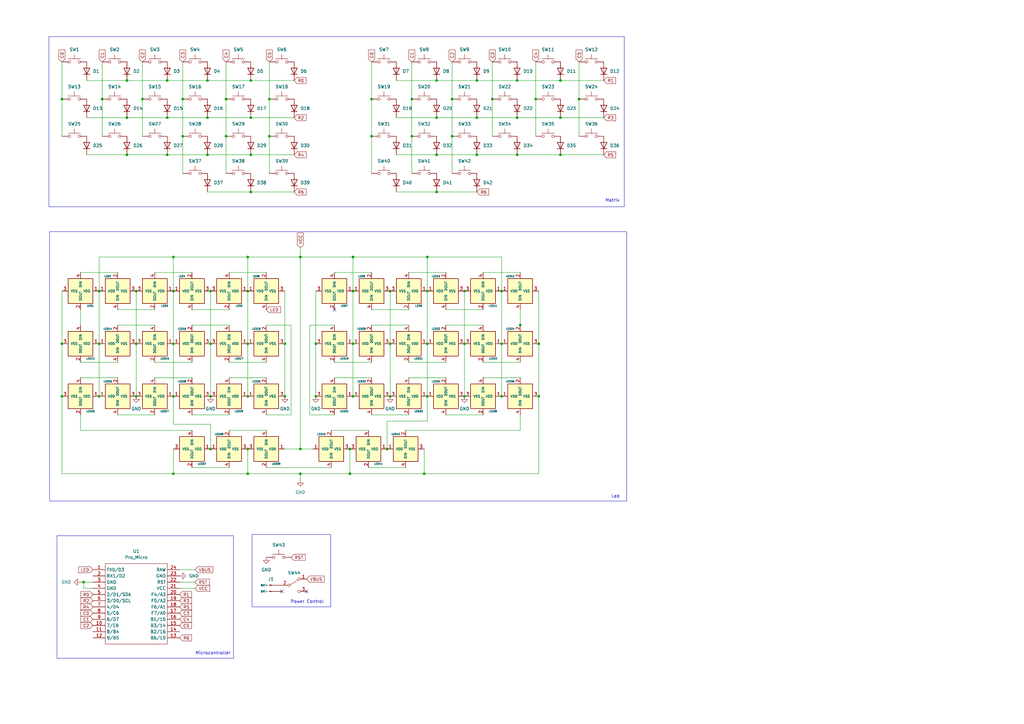
<source format=kicad_sch>
(kicad_sch (version 20250114) (generator "eeschema") (generator_version "9.0")
  (paper "A3")
  (lib_symbols
    (symbol "moketa:Diode" (pin_numbers (hide yes)) (pin_names (hide yes))
      (property "Reference" "D" (at 2.54 0 0))
      (symbol "Diode_0_1"
        (polyline (pts (xy -1.27 1.27) (xy 1.27 1.27) (xy 0 -1.27) (xy -1.27 1.27)) (stroke (width 0.254)))
        (polyline (pts (xy -1.27 -1.27) (xy 1.27 -1.27)) (stroke (width 0.254)))
        (polyline (pts (xy 0 1.27) (xy 0 -1.27)))
      )
      (symbol "Diode_1_1"
        (pin passive line (at 0 3.81 270) (length 2.54) (name "A") (number "2"))
        (pin passive line (at 0 -3.81 90) (length 2.54) (name "K") (number "1"))
      )
    )
    (symbol "moketa:GND" (power) (pin_numbers (hide yes)) (pin_names (offset 0) (hide yes))
      (property "Value" "GND" (at 0 -3.81 0))
      (symbol "GND_0_1"
        (polyline (pts (xy 0 0) (xy 0 -1.27) (xy 1.27 -1.27) (xy 0 -2.54) (xy -1.27 -1.27) (xy 0 -1.27)))
      )
      (symbol "GND_1_1"
        (pin power_in line (at 0 0 270) (length 0) (name "~") (number "1"))
      )
    )
    (symbol "moketa:J_BATTERY" (pin_numbers (hide yes)) (pin_names (offset 1.778))
      (property "Reference" "J" (at 0 4.826 0))
      (symbol "J_BATTERY_1_1"
        (rectangle (start -1.6764 1.397) (end -2.54 1.143) (stroke (width 0.1524)) (fill (type outline)))
        (rectangle (start -1.6764 -1.143) (end -2.54 -1.397) (stroke (width 0.1524)) (fill (type outline)))
        (polyline (pts (xy -1.27 1.27) (xy -1.6764 1.27)) (stroke (width 0.1524)))
        (polyline (pts (xy -1.27 -1.27) (xy -1.6764 -1.27)) (stroke (width 0.1524)))
        (pin passive line (at 2.54 1.27 180) (length 3.81) (name "BAT+") (number "1"))
        (pin passive line (at 2.54 -1.27 180) (length 3.81) (name "BAT-") (number "2"))
      )
    )
    (symbol "moketa:SW_PUSH" (pin_numbers (hide yes)) (pin_names (hide yes))
      (property "Reference" "SW" (at 0 4.572 0))
      (symbol "SW_PUSH_0_1"
        (circle (center -2.032 0) (radius 0.508))
        (polyline (pts (xy 0 1.27) (xy 0 3.048)))
        (circle (center 2.032 0) (radius 0.508))
        (polyline (pts (xy 2.54 1.27) (xy -2.54 1.27)))
        (pin passive line (at -5.08 0 0) (length 2.54) (name "1") (number "1"))
        (pin passive line (at 5.08 0 180) (length 2.54) (name "2") (number "2"))
      )
    )
    (symbol "moketa:SW_SLIDE" (pin_names (hide yes))
      (property "Reference" "SW" (at 0 5.842 0))
      (symbol "SW_SLIDE_0_0"
        (circle (center -4.572 0) (radius 0.508))
        (circle (center -0.508 -2.54) (radius 0.508))
      )
      (symbol "SW_SLIDE_0_1"
        (polyline (pts (xy -4.064 0.254) (xy -0.889 2.286)))
        (circle (center -0.508 2.54) (radius 0.508))
      )
      (symbol "SW_SLIDE_1_1"
        (pin passive line (at -7.62 0 0) (length 2.54) (name "B") (number "2"))
        (pin passive line (at 2.54 2.54 180) (length 2.54) (name "A") (number "1"))
        (pin passive line (at 2.54 -2.54 180) (length 2.54) (name "C") (number "3"))
      )
    )
    (symbol "moketa:SW_TACT" (pin_numbers (hide yes)) (pin_names (offset 1.27) (hide yes))
      (property "Reference" "SW" (at 0 4.826 0))
      (symbol "SW_TACT_0_1"
        (circle (center -2.032 0) (radius 0.508))
        (polyline (pts (xy 0 1.27) (xy 0 3.048)))
        (circle (center 2.032 0) (radius 0.508))
        (polyline (pts (xy 2.54 1.27) (xy -2.54 1.27)))
        (pin passive line (at -5.08 0 0) (length 2.54) (name "1") (number "1"))
        (pin passive line (at 5.08 0 180) (length 2.54) (name "2") (number "2"))
      )
    )
    (symbol "moketa:U_PRO_MICRO"
      (property "Reference" "U" (at 0 17.272 0))
      (property "Value" "Pro_Micro" (at 0 -19.558 0))
      (symbol "U_PRO_MICRO_0_1"
        (rectangle (start -12.7 15.24) (end 12.7 -17.78))
      )
      (symbol "U_PRO_MICRO_1_1"
        (pin bidirectional line (at -17.78 12.7 0) (length 5.08) (name "TX0/D3") (number "1"))
        (pin bidirectional line (at -17.78 10.16 0) (length 5.08) (name "RX1/D2") (number "2"))
        (pin power_in line (at -17.78 7.62 0) (length 5.08) (name "GND") (number "3"))
        (pin power_in line (at -17.78 5.08 0) (length 5.08) (name "GND") (number "4"))
        (pin bidirectional line (at -17.78 2.54 0) (length 5.08) (name "2/D1/SDA") (number "5"))
        (pin bidirectional line (at -17.78 0 0) (length 5.08) (name "3/D0/SCL") (number "6"))
        (pin bidirectional line (at -17.78 -2.54 0) (length 5.08) (name "4/D4") (number "7"))
        (pin bidirectional line (at -17.78 -5.08 0) (length 5.08) (name "5/C6") (number "8"))
        (pin bidirectional line (at -17.78 -7.62 0) (length 5.08) (name "6/D7") (number "9"))
        (pin bidirectional line (at -17.78 -10.16 0) (length 5.08) (name "7/E6") (number "10"))
        (pin bidirectional line (at -17.78 -12.7 0) (length 5.08) (name "8/B4") (number "11"))
        (pin bidirectional line (at -17.78 -15.24 0) (length 5.08) (name "9/B5") (number "12"))
        (pin power_out line (at 17.78 12.7 180) (length 5.08) (name "RAW") (number "24"))
        (pin power_in line (at 17.78 10.16 180) (length 5.08) (name "GND") (number "23"))
        (pin input line (at 17.78 7.62 180) (length 5.08) (name "RST") (number "22"))
        (pin power_in line (at 17.78 5.08 180) (length 5.08) (name "VCC") (number "21"))
        (pin bidirectional line (at 17.78 2.54 180) (length 5.08) (name "F4/A3") (number "20"))
        (pin bidirectional line (at 17.78 0 180) (length 5.08) (name "F5/A2") (number "19"))
        (pin bidirectional line (at 17.78 -2.54 180) (length 5.08) (name "F6/A1") (number "18"))
        (pin bidirectional line (at 17.78 -5.08 180) (length 5.08) (name "F7/A0") (number "17"))
        (pin bidirectional line (at 17.78 -7.62 180) (length 5.08) (name "B1/15") (number "16"))
        (pin bidirectional line (at 17.78 -10.16 180) (length 5.08) (name "B3/14") (number "15"))
        (pin bidirectional line (at 17.78 -12.7 180) (length 5.08) (name "B2/16") (number "14"))
        (pin bidirectional line (at 17.78 -15.24 180) (length 5.08) (name "B6/10") (number "13"))
      )
    )
    (symbol "moketa:YS-SK6812MINI-E" (pin_names (offset 1.016))
      (property "Reference" "LED" (at 3.81 6.096 0))
      (symbol "YS-SK6812MINI-E_0_1"
        (rectangle (start 5.08 5.08) (end -5.08 -5.08) (stroke (width 0.254)) (fill (type background)))
      )
      (symbol "YS-SK6812MINI-E_1_1"
        (pin power_in line (at -7.62 0 0) (length 2.54) (name "VSS") (number "3"))
        (pin input line (at 0 7.62 270) (length 2.54) (name "DIN") (number "4"))
        (pin output line (at 0 -7.62 90) (length 2.54) (name "DOUT") (number "2"))
        (pin power_in line (at 7.62 0 180) (length 2.54) (name "VDD") (number "1"))
      )
    )
  )
  (rectangle (start 103.378 219.202) (end 135.636 248.92))
  (rectangle (start 20.066 14.986) (end 256.032 84.836))
  (rectangle (start 20.32 94.996) (end 257.048 205.486))
  (rectangle (start 23.368 219.71) (end 95.758 270.002))
  (text "Matrix" (at 251.206 82.296 0) (effects (font (size 1.27 1.27))))
  (text "Power Control\n" (at 125.984 246.888 0) (effects (font (size 1.27 1.27))))
  (text "Microcontroller" (at 87.376 267.97 0) (effects (font (size 1.27 1.27))))
  (text "Led" (at 252.476 203.708 0) (effects (font (size 1.27 1.27))))
  (junction (at 219.71 40.64))
  (junction (at 185.42 55.88))
  (junction (at 110.49 40.64))
  (junction (at 175.26 119.38))
  (junction (at 101.6 105.41))
  (junction (at 144.78 140.97))
  (junction (at 205.74 119.38))
  (junction (at 212.09 63.5))
  (junction (at 152.4 55.88))
  (junction (at 25.4 140.97))
  (junction (at 92.71 40.64))
  (junction (at 179.07 78.74))
  (junction (at 212.09 48.26))
  (junction (at 143.51 184.15))
  (junction (at 144.78 119.38))
  (junction (at 101.6 119.38))
  (junction (at 102.87 33.02))
  (junction (at 52.07 48.26))
  (junction (at 213.36 133.35))
  (junction (at 143.51 194.31))
  (junction (at 158.75 184.15))
  (junction (at 123.19 105.41))
  (junction (at 175.26 162.56))
  (junction (at 152.4 40.64))
  (junction (at 74.93 40.64))
  (junction (at 212.09 33.02))
  (junction (at 71.12 105.41))
  (junction (at 71.12 119.38))
  (junction (at 55.88 140.97))
  (junction (at 85.09 48.26))
  (junction (at 190.5 140.97))
  (junction (at 190.5 119.38))
  (junction (at 55.88 162.56))
  (junction (at 85.09 33.02))
  (junction (at 195.58 33.02))
  (junction (at 229.87 33.02))
  (junction (at 71.12 194.31))
  (junction (at 168.91 55.88))
  (junction (at 179.07 33.02))
  (junction (at 102.87 63.5))
  (junction (at 168.91 40.64))
  (junction (at 102.87 48.26))
  (junction (at 129.54 140.97))
  (junction (at 205.74 140.97))
  (junction (at 110.49 55.88))
  (junction (at 40.64 140.97))
  (junction (at 101.6 140.97))
  (junction (at 205.74 162.56))
  (junction (at 175.26 105.41))
  (junction (at 52.07 33.02))
  (junction (at 195.58 63.5))
  (junction (at 179.07 63.5))
  (junction (at 116.84 162.56))
  (junction (at 34.29 238.76))
  (junction (at 85.09 63.5))
  (junction (at 195.58 48.26))
  (junction (at 237.49 40.64))
  (junction (at 175.26 140.97))
  (junction (at 190.5 162.56))
  (junction (at 86.36 140.97))
  (junction (at 101.6 162.56))
  (junction (at 101.6 194.31))
  (junction (at 68.58 63.5))
  (junction (at 220.98 140.97))
  (junction (at 86.36 119.38))
  (junction (at 179.07 48.26))
  (junction (at 229.87 63.5))
  (junction (at 160.02 119.38))
  (junction (at 144.78 105.41))
  (junction (at 116.84 140.97))
  (junction (at 71.12 140.97))
  (junction (at 185.42 40.64))
  (junction (at 40.64 162.56))
  (junction (at 41.91 40.64))
  (junction (at 220.98 162.56))
  (junction (at 40.64 119.38))
  (junction (at 86.36 184.15))
  (junction (at 74.93 55.88))
  (junction (at 129.54 162.56))
  (junction (at 144.78 162.56))
  (junction (at 71.12 162.56))
  (junction (at 102.87 78.74))
  (junction (at 92.71 55.88))
  (junction (at 123.19 184.15))
  (junction (at 229.87 48.26))
  (junction (at 160.02 140.97))
  (junction (at 68.58 48.26))
  (junction (at 123.19 194.31))
  (junction (at 201.93 40.64))
  (junction (at 68.58 33.02))
  (junction (at 160.02 162.56))
  (junction (at 25.4 40.64))
  (junction (at 86.36 162.56))
  (junction (at 25.4 162.56))
  (junction (at 101.6 184.15))
  (junction (at 55.88 119.38))
  (junction (at 52.07 63.5))
  (junction (at 173.99 194.31))
  (junction (at 58.42 40.64))
  (no_connect (at 115.57 242.57))
  (no_connect (at 125.73 242.57))
  (no_connect (at 137.16 127))
  (wire (pts (xy 175.26 105.41) (xy 205.74 105.41)))
  (wire (pts (xy 162.56 78.74) (xy 179.07 78.74)))
  (wire (pts (xy 168.91 55.88) (xy 168.91 71.12)))
  (wire (pts (xy 40.64 105.41) (xy 71.12 105.41)))
  (wire (pts (xy 109.22 191.77) (xy 135.89 191.77)))
  (wire (pts (xy 85.09 48.26) (xy 102.87 48.26)))
  (wire (pts (xy 190.5 119.38) (xy 190.5 140.97)))
  (wire (pts (xy 102.87 78.74) (xy 120.65 78.74)))
  (wire (pts (xy 78.74 127) (xy 93.98 127)))
  (wire (pts (xy 35.56 33.02) (xy 52.07 33.02)))
  (wire (pts (xy 52.07 48.26) (xy 68.58 48.26)))
  (wire (pts (xy 220.98 140.97) (xy 220.98 119.38)))
  (wire (pts (xy 93.98 176.53) (xy 109.22 176.53)))
  (wire (pts (xy 144.78 140.97) (xy 144.78 162.56)))
  (wire (pts (xy 175.26 140.97) (xy 175.26 162.56)))
  (wire (pts (xy 212.09 33.02) (xy 229.87 33.02)))
  (wire (pts (xy 93.98 154.94) (xy 109.22 154.94)))
  (wire (pts (xy 173.99 184.15) (xy 173.99 194.31)))
  (wire (pts (xy 213.36 133.35) (xy 213.36 135.89)))
  (wire (pts (xy 229.87 48.26) (xy 247.65 48.26)))
  (wire (pts (xy 101.6 119.38) (xy 101.6 140.97)))
  (wire (pts (xy 71.12 140.97) (xy 71.12 162.56)))
  (wire (pts (xy 175.26 119.38) (xy 175.26 140.97)))
  (wire (pts (xy 179.07 48.26) (xy 195.58 48.26)))
  (wire (pts (xy 48.26 170.18) (xy 63.5 170.18)))
  (wire (pts (xy 205.74 119.38) (xy 205.74 140.97)))
  (wire (pts (xy 137.16 111.76) (xy 152.4 111.76)))
  (wire (pts (xy 152.4 133.35) (xy 167.64 133.35)))
  (wire (pts (xy 219.71 40.64) (xy 219.71 55.88)))
  (wire (pts (xy 85.09 63.5) (xy 102.87 63.5)))
  (wire (pts (xy 101.6 105.41) (xy 101.6 119.38)))
  (wire (pts (xy 71.12 119.38) (xy 71.12 140.97)))
  (wire (pts (xy 144.78 105.41) (xy 144.78 119.38)))
  (wire (pts (xy 144.78 105.41) (xy 175.26 105.41)))
  (wire (pts (xy 25.4 55.88) (xy 25.4 40.64)))
  (wire (pts (xy 175.26 172.72) (xy 175.26 162.56)))
  (wire (pts (xy 168.91 40.64) (xy 168.91 55.88)))
  (wire (pts (xy 119.38 170.18) (xy 109.22 170.18)))
  (wire (pts (xy 212.09 63.5) (xy 229.87 63.5)))
  (wire (pts (xy 116.84 119.38) (xy 116.84 140.97)))
  (wire (pts (xy 33.02 111.76) (xy 48.26 111.76)))
  (wire (pts (xy 123.19 105.41) (xy 144.78 105.41)))
  (wire (pts (xy 101.6 105.41) (xy 123.19 105.41)))
  (wire (pts (xy 40.64 119.38) (xy 40.64 105.41)))
  (wire (pts (xy 38.1 241.3) (xy 34.29 241.3)))
  (wire (pts (xy 35.56 63.5) (xy 52.07 63.5)))
  (wire (pts (xy 167.64 148.59) (xy 182.88 148.59)))
  (wire (pts (xy 102.87 63.5) (xy 120.65 63.5)))
  (wire (pts (xy 182.88 133.35) (xy 198.12 133.35)))
  (wire (pts (xy 151.13 191.77) (xy 166.37 191.77)))
  (wire (pts (xy 41.91 40.64) (xy 41.91 25.4)))
  (wire (pts (xy 33.02 238.76) (xy 34.29 238.76)))
  (wire (pts (xy 127 133.35) (xy 137.16 133.35)))
  (wire (pts (xy 201.93 25.4) (xy 201.93 40.64)))
  (wire (pts (xy 40.64 140.97) (xy 40.64 162.56)))
  (wire (pts (xy 63.5 148.59) (xy 78.74 148.59)))
  (wire (pts (xy 229.87 63.5) (xy 247.65 63.5)))
  (wire (pts (xy 86.36 119.38) (xy 86.36 140.97)))
  (wire (pts (xy 129.54 119.38) (xy 129.54 140.97)))
  (wire (pts (xy 179.07 63.5) (xy 195.58 63.5)))
  (wire (pts (xy 33.02 170.18) (xy 33.02 176.53)))
  (wire (pts (xy 101.6 194.31) (xy 123.19 194.31)))
  (wire (pts (xy 48.26 133.35) (xy 63.5 133.35)))
  (wire (pts (xy 68.58 33.02) (xy 85.09 33.02)))
  (wire (pts (xy 40.64 119.38) (xy 40.64 140.97)))
  (wire (pts (xy 179.07 78.74) (xy 195.58 78.74)))
  (wire (pts (xy 205.74 140.97) (xy 205.74 162.56)))
  (wire (pts (xy 213.36 170.18) (xy 213.36 176.53)))
  (wire (pts (xy 135.89 176.53) (xy 151.13 176.53)))
  (wire (pts (xy 158.75 172.72) (xy 175.26 172.72)))
  (wire (pts (xy 58.42 25.4) (xy 58.42 40.64)))
  (wire (pts (xy 34.29 238.76) (xy 38.1 238.76)))
  (wire (pts (xy 85.09 33.02) (xy 102.87 33.02)))
  (wire (pts (xy 229.87 33.02) (xy 247.65 33.02)))
  (wire (pts (xy 41.91 55.88) (xy 41.91 40.64)))
  (wire (pts (xy 123.19 184.15) (xy 128.27 184.15)))
  (wire (pts (xy 74.93 40.64) (xy 74.93 25.4)))
  (wire (pts (xy 237.49 25.4) (xy 237.49 40.64)))
  (wire (pts (xy 158.75 184.15) (xy 158.75 172.72)))
  (wire (pts (xy 166.37 176.53) (xy 213.36 176.53)))
  (wire (pts (xy 35.56 48.26) (xy 52.07 48.26)))
  (wire (pts (xy 80.01 238.76) (xy 73.66 238.76)))
  (wire (pts (xy 119.38 133.35) (xy 119.38 170.18)))
  (wire (pts (xy 80.01 233.68) (xy 73.66 233.68)))
  (wire (pts (xy 168.91 25.4) (xy 168.91 40.64)))
  (wire (pts (xy 152.4 55.88) (xy 152.4 71.12)))
  (wire (pts (xy 33.02 154.94) (xy 48.26 154.94)))
  (wire (pts (xy 25.4 40.64) (xy 25.4 25.4)))
  (wire (pts (xy 182.88 170.18) (xy 198.12 170.18)))
  (wire (pts (xy 34.29 241.3) (xy 34.29 238.76)))
  (wire (pts (xy 162.56 48.26) (xy 179.07 48.26)))
  (wire (pts (xy 123.19 101.6) (xy 123.19 105.41)))
  (wire (pts (xy 152.4 170.18) (xy 167.64 170.18)))
  (wire (pts (xy 123.19 194.31) (xy 143.51 194.31)))
  (wire (pts (xy 182.88 127) (xy 198.12 127)))
  (wire (pts (xy 33.02 127) (xy 33.02 133.35)))
  (wire (pts (xy 25.4 194.31) (xy 71.12 194.31)))
  (wire (pts (xy 198.12 111.76) (xy 213.36 111.76)))
  (wire (pts (xy 93.98 148.59) (xy 109.22 148.59)))
  (wire (pts (xy 185.42 55.88) (xy 185.42 40.64)))
  (wire (pts (xy 68.58 48.26) (xy 85.09 48.26)))
  (wire (pts (xy 195.58 33.02) (xy 212.09 33.02)))
  (wire (pts (xy 167.64 154.94) (xy 182.88 154.94)))
  (wire (pts (xy 80.01 241.3) (xy 73.66 241.3)))
  (wire (pts (xy 144.78 119.38) (xy 144.78 140.97)))
  (wire (pts (xy 110.49 71.12) (xy 110.49 55.88)))
  (wire (pts (xy 25.4 119.38) (xy 25.4 140.97)))
  (wire (pts (xy 63.5 111.76) (xy 78.74 111.76)))
  (wire (pts (xy 52.07 33.02) (xy 68.58 33.02)))
  (wire (pts (xy 123.19 105.41) (xy 123.19 184.15)))
  (wire (pts (xy 127 170.18) (xy 127 133.35)))
  (wire (pts (xy 152.4 25.4) (xy 152.4 40.64)))
  (wire (pts (xy 129.54 140.97) (xy 129.54 162.56)))
  (wire (pts (xy 86.36 140.97) (xy 86.36 162.56)))
  (wire (pts (xy 195.58 63.5) (xy 212.09 63.5)))
  (wire (pts (xy 173.99 194.31) (xy 220.98 194.31)))
  (wire (pts (xy 198.12 154.94) (xy 213.36 154.94)))
  (wire (pts (xy 71.12 173.99) (xy 86.36 173.99)))
  (wire (pts (xy 101.6 184.15) (xy 101.6 194.31)))
  (wire (pts (xy 58.42 40.64) (xy 58.42 55.88)))
  (wire (pts (xy 71.12 162.56) (xy 71.12 173.99)))
  (wire (pts (xy 167.64 111.76) (xy 182.88 111.76)))
  (wire (pts (xy 219.71 25.4) (xy 219.71 40.64)))
  (wire (pts (xy 175.26 105.41) (xy 175.26 119.38)))
  (wire (pts (xy 220.98 162.56) (xy 220.98 140.97)))
  (wire (pts (xy 85.09 78.74) (xy 102.87 78.74)))
  (wire (pts (xy 110.49 40.64) (xy 110.49 25.4)))
  (wire (pts (xy 78.74 170.18) (xy 93.98 170.18)))
  (wire (pts (xy 25.4 162.56) (xy 25.4 194.31)))
  (wire (pts (xy 185.42 40.64) (xy 185.42 25.4)))
  (wire (pts (xy 86.36 173.99) (xy 86.36 184.15)))
  (wire (pts (xy 74.93 55.88) (xy 74.93 40.64)))
  (wire (pts (xy 110.49 55.88) (xy 110.49 40.64)))
  (wire (pts (xy 185.42 71.12) (xy 185.42 55.88)))
  (wire (pts (xy 143.51 194.31) (xy 173.99 194.31)))
  (wire (pts (xy 102.87 33.02) (xy 120.65 33.02)))
  (wire (pts (xy 78.74 133.35) (xy 93.98 133.35)))
  (wire (pts (xy 116.84 184.15) (xy 123.19 184.15)))
  (wire (pts (xy 71.12 105.41) (xy 101.6 105.41)))
  (wire (pts (xy 205.74 105.41) (xy 205.74 119.38)))
  (wire (pts (xy 55.88 119.38) (xy 55.88 140.97)))
  (wire (pts (xy 220.98 194.31) (xy 220.98 162.56)))
  (wire (pts (xy 123.19 196.85) (xy 123.19 194.31)))
  (wire (pts (xy 213.36 127) (xy 213.36 133.35)))
  (wire (pts (xy 25.4 140.97) (xy 25.4 162.56)))
  (wire (pts (xy 162.56 63.5) (xy 179.07 63.5)))
  (wire (pts (xy 137.16 170.18) (xy 127 170.18)))
  (wire (pts (xy 152.4 127) (xy 167.64 127)))
  (wire (pts (xy 92.71 71.12) (xy 92.71 55.88)))
  (wire (pts (xy 71.12 194.31) (xy 101.6 194.31)))
  (wire (pts (xy 201.93 40.64) (xy 201.93 55.88)))
  (wire (pts (xy 160.02 119.38) (xy 160.02 140.97)))
  (wire (pts (xy 212.09 48.26) (xy 229.87 48.26)))
  (wire (pts (xy 55.88 140.97) (xy 55.88 162.56)))
  (wire (pts (xy 160.02 140.97) (xy 160.02 162.56)))
  (wire (pts (xy 116.84 140.97) (xy 116.84 162.56)))
  (wire (pts (xy 198.12 148.59) (xy 213.36 148.59)))
  (wire (pts (xy 71.12 105.41) (xy 71.12 119.38)))
  (wire (pts (xy 74.93 71.12) (xy 74.93 55.88)))
  (wire (pts (xy 68.58 63.5) (xy 85.09 63.5)))
  (wire (pts (xy 78.74 191.77) (xy 93.98 191.77)))
  (wire (pts (xy 93.98 111.76) (xy 109.22 111.76)))
  (wire (pts (xy 190.5 140.97) (xy 190.5 162.56)))
  (wire (pts (xy 92.71 40.64) (xy 92.71 25.4)))
  (wire (pts (xy 52.07 63.5) (xy 68.58 63.5)))
  (wire (pts (xy 33.02 176.53) (xy 78.74 176.53)))
  (wire (pts (xy 71.12 184.15) (xy 71.12 194.31)))
  (wire (pts (xy 48.26 127) (xy 63.5 127)))
  (wire (pts (xy 137.16 148.59) (xy 152.4 148.59)))
  (wire (pts (xy 101.6 140.97) (xy 101.6 162.56)))
  (wire (pts (xy 109.22 133.35) (xy 119.38 133.35)))
  (wire (pts (xy 63.5 154.94) (xy 78.74 154.94)))
  (wire (pts (xy 152.4 40.64) (xy 152.4 55.88)))
  (wire (pts (xy 92.71 55.88) (xy 92.71 40.64)))
  (wire (pts (xy 162.56 33.02) (xy 179.07 33.02)))
  (wire (pts (xy 143.51 184.15) (xy 143.51 194.31)))
  (wire (pts (xy 33.02 148.59) (xy 48.26 148.59)))
  (wire (pts (xy 102.87 48.26) (xy 120.65 48.26)))
  (wire (pts (xy 195.58 48.26) (xy 212.09 48.26)))
  (wire (pts (xy 237.49 40.64) (xy 237.49 55.88)))
  (wire (pts (xy 137.16 154.94) (xy 152.4 154.94)))
  (wire (pts (xy 179.07 33.02) (xy 195.58 33.02)))
  (global_label "C4" (shape input) (at 92.71 25.4 90) (property "Intersheetrefs" "${INTERSHEET_REFS}" (effects (hide yes))))
  (global_label "R3" (shape input) (at 247.65 48.26 0) (property "Intersheetrefs" "${INTERSHEET_REFS}" (effects (hide yes))))
  (global_label "R1" (shape input) (at 247.65 33.02 0) (property "Intersheetrefs" "${INTERSHEET_REFS}" (effects (hide yes))))
  (global_label "C0" (shape input) (at 38.1 251.46 180) (property "Intersheetrefs" "${INTERSHEET_REFS}" (effects (hide yes))))
  (global_label "C5" (shape input) (at 73.66 256.54 0) (property "Intersheetrefs" "${INTERSHEET_REFS}" (effects (hide yes))))
  (global_label "VBUS" (shape input) (at 80.01 233.68 0) (property "Intersheetrefs" "${INTERSHEET_REFS}" (effects (hide yes))))
  (global_label "RST" (shape input) (at 119.38 228.6 0) (property "Intersheetrefs" "${INTERSHEET_REFS}" (effects (hide yes))))
  (global_label "C0" (shape input) (at 152.4 25.4 90) (property "Intersheetrefs" "${INTERSHEET_REFS}" (effects (hide yes))))
  (global_label "C1" (shape input) (at 168.91 25.4 90) (property "Intersheetrefs" "${INTERSHEET_REFS}" (effects (hide yes))))
  (global_label "C2" (shape input) (at 185.42 25.4 90) (property "Intersheetrefs" "${INTERSHEET_REFS}" (effects (hide yes))))
  (global_label "R4" (shape input) (at 120.65 63.5 0) (property "Intersheetrefs" "${INTERSHEET_REFS}" (effects (hide yes))))
  (global_label "LED" (shape input) (at 109.22 127 0) (property "Intersheetrefs" "${INTERSHEET_REFS}" (effects (hide yes))))
  (global_label "LED" (shape input) (at 38.1 233.68 180) (property "Intersheetrefs" "${INTERSHEET_REFS}" (effects (hide yes))))
  (global_label "C4" (shape input) (at 219.71 25.4 90) (property "Intersheetrefs" "${INTERSHEET_REFS}" (effects (hide yes))))
  (global_label "R1" (shape input) (at 73.66 243.84 0) (property "Intersheetrefs" "${INTERSHEET_REFS}" (effects (hide yes))))
  (global_label "VCC" (shape input) (at 80.01 241.3 0) (property "Intersheetrefs" "${INTERSHEET_REFS}" (effects (hide yes))))
  (global_label "C3" (shape input) (at 73.66 251.46 0) (property "Intersheetrefs" "${INTERSHEET_REFS}" (effects (hide yes))))
  (global_label "C0" (shape input) (at 25.4 25.4 90) (property "Intersheetrefs" "${INTERSHEET_REFS}" (effects (hide yes))))
  (global_label "R2" (shape input) (at 38.1 246.38 180) (property "Intersheetrefs" "${INTERSHEET_REFS}" (effects (hide yes))))
  (global_label "R6" (shape input) (at 195.58 78.74 0) (property "Intersheetrefs" "${INTERSHEET_REFS}" (effects (hide yes))))
  (global_label "R4" (shape input) (at 38.1 248.92 180) (property "Intersheetrefs" "${INTERSHEET_REFS}" (effects (hide yes))))
  (global_label "C1" (shape input) (at 41.91 25.4 90) (property "Intersheetrefs" "${INTERSHEET_REFS}" (effects (hide yes))))
  (global_label "R0" (shape input) (at 38.1 243.84 180) (property "Intersheetrefs" "${INTERSHEET_REFS}" (effects (hide yes))))
  (global_label "R6" (shape input) (at 73.66 261.62 0) (property "Intersheetrefs" "${INTERSHEET_REFS}" (effects (hide yes))))
  (global_label "C2" (shape input) (at 38.1 256.54 180) (property "Intersheetrefs" "${INTERSHEET_REFS}" (effects (hide yes))))
  (global_label "C5" (shape input) (at 110.49 25.4 90) (property "Intersheetrefs" "${INTERSHEET_REFS}" (effects (hide yes))))
  (global_label "RST" (shape input) (at 80.01 238.76 0) (property "Intersheetrefs" "${INTERSHEET_REFS}" (effects (hide yes))))
  (global_label "VBUS" (shape input) (at 125.73 237.49 0) (property "Intersheetrefs" "${INTERSHEET_REFS}" (effects (hide yes))))
  (global_label "C3" (shape input) (at 201.93 25.4 90) (property "Intersheetrefs" "${INTERSHEET_REFS}" (effects (hide yes))))
  (global_label "C4" (shape input) (at 73.66 254 0) (property "Intersheetrefs" "${INTERSHEET_REFS}" (effects (hide yes))))
  (global_label "C2" (shape input) (at 58.42 25.4 90) (property "Intersheetrefs" "${INTERSHEET_REFS}" (effects (hide yes))))
  (global_label "R0" (shape input) (at 120.65 33.02 0) (property "Intersheetrefs" "${INTERSHEET_REFS}" (effects (hide yes))))
  (global_label "C5" (shape input) (at 237.49 25.4 90) (property "Intersheetrefs" "${INTERSHEET_REFS}" (effects (hide yes))))
  (global_label "VCC" (shape input) (at 123.19 101.6 90) (property "Intersheetrefs" "${INTERSHEET_REFS}" (effects (hide yes))))
  (global_label "C3" (shape input) (at 74.93 25.4 90) (property "Intersheetrefs" "${INTERSHEET_REFS}" (effects (hide yes))))
  (global_label "R6" (shape input) (at 120.65 78.74 0) (property "Intersheetrefs" "${INTERSHEET_REFS}" (effects (hide yes))))
  (global_label "R2" (shape input) (at 120.65 48.26 0) (property "Intersheetrefs" "${INTERSHEET_REFS}" (effects (hide yes))))
  (global_label "C1" (shape input) (at 38.1 254 180) (property "Intersheetrefs" "${INTERSHEET_REFS}" (effects (hide yes))))
  (global_label "R5" (shape input) (at 73.66 248.92 0) (property "Intersheetrefs" "${INTERSHEET_REFS}" (effects (hide yes))))
  (global_label "R5" (shape input) (at 247.65 63.5 0) (property "Intersheetrefs" "${INTERSHEET_REFS}" (effects (hide yes))))
  (global_label "R3" (shape input) (at 73.66 246.38 0) (property "Intersheetrefs" "${INTERSHEET_REFS}" (effects (hide yes))))
  (symbol (lib_id "moketa:Diode") (at 35.56 59.69 0) (unit 1)
    (property "Reference" "D25" (at 38.1 59.6899 0) (effects (justify left)))
    (property "Value" "Diode" (effects (hide yes)))
    (property "Footprint" "moketa:D_SOD-123" (effects (hide yes)))
  )
  (symbol (lib_id "moketa:YS-SK6812MINI-E") (at 151.13 184.15 0) (unit 1)
    (property "Reference" "LED41" (at 155.194 190.246 0) (effects (font (size 0.7366 0.7366))))
    (property "Footprint" "moketa:YS-SK6812MINI-E" (effects (hide yes)))
  )
  (symbol (lib_id "moketa:GND") (at 160.02 162.56 0) (unit 1)
    (property "Reference" "#PWR07" (effects (hide yes)))
    (property "Value" "GND" (at 160.02 167.64 0))
  )
  (symbol (lib_id "moketa:J_BATTERY") (at 113.03 241.3 0) (unit 1)
    (property "Reference" "J1" (at 111.125 237.49 0))
    (property "Footprint" "moketa:J_BATTERY" (effects (hide yes)))
  )
  (symbol (lib_id "moketa:Diode") (at 102.87 44.45 0) (unit 1)
    (property "Reference" "D17" (at 105.41 44.4499 0) (effects (justify left)))
    (property "Value" "Diode" (effects (hide yes)))
    (property "Footprint" "moketa:D_SOD-123" (effects (hide yes)))
  )
  (symbol (lib_id "moketa:GND") (at 123.19 196.85 0) (unit 1)
    (property "Reference" "#PWR04" (effects (hide yes)))
    (property "Value" "GND" (at 123.19 201.93 0))
  )
  (symbol (lib_id "moketa:SW_SLIDE") (at 123.19 240.03 0) (unit 1)
    (property "Reference" "SW44" (at 120.65 234.95 0))
    (property "Footprint" "moketa:MSK-12C02" (effects (hide yes)))
  )
  (symbol (lib_id "moketa:YS-SK6812MINI-E") (at 135.89 184.15 180) (unit 1)
    (property "Reference" "LED40" (at 131.826 178.054 0) (effects (font (size 0.7366 0.7366))))
    (property "Footprint" "moketa:YS-SK6812MINI-E" (effects (hide yes)))
  )
  (symbol (lib_id "moketa:SW_PUSH") (at 46.99 25.4 0) (unit 1)
    (property "Reference" "SW2" (at 46.99 20.32 0))
    (property "Footprint" "moketa:SW_PUSH" (effects (hide yes)))
  )
  (symbol (lib_id "moketa:YS-SK6812MINI-E") (at 109.22 119.38 180) (unit 1)
    (property "Reference" "LED6" (at 105.156 113.284 0) (effects (font (size 0.7366 0.7366))))
    (property "Footprint" "moketa:YS-SK6812MINI-E" (effects (hide yes)))
  )
  (symbol (lib_id "moketa:U_PRO_MICRO") (at 55.88 246.38 0) (unit 1)
    (property "Reference" "U1" (at 55.88 226.06 0))
    (property "Value" "Pro_Micro" (at 55.88 228.6 0))
    (property "Footprint" "moketa:U_PRO_MICRO" (effects (hide yes)))
  )
  (symbol (lib_id "moketa:YS-SK6812MINI-E") (at 167.64 119.38 0) (unit 1)
    (property "Reference" "LED9" (at 171.704 125.476 0) (effects (font (size 0.7366 0.7366))))
    (property "Footprint" "moketa:YS-SK6812MINI-E" (effects (hide yes)))
  )
  (symbol (lib_id "moketa:Diode") (at 179.07 59.69 0) (unit 1)
    (property "Reference" "D32" (at 181.61 59.6899 0) (effects (justify left)))
    (property "Value" "Diode" (effects (hide yes)))
    (property "Footprint" "moketa:D_SOD-123" (effects (hide yes)))
  )
  (symbol (lib_id "moketa:GND") (at 109.22 228.6 0) (unit 1)
    (property "Reference" "#PWR01" (effects (hide yes)))
    (property "Value" "GND" (at 109.22 233.68 0))
  )
  (symbol (lib_id "moketa:YS-SK6812MINI-E") (at 33.02 162.56 0) (unit 1)
    (property "Reference" "LED25" (at 37.084 168.656 0) (effects (font (size 0.7366 0.7366))))
    (property "Footprint" "moketa:YS-SK6812MINI-E" (effects (hide yes)))
  )
  (symbol (lib_id "moketa:YS-SK6812MINI-E") (at 167.64 140.97 0) (unit 1)
    (property "Reference" "LED21" (at 171.704 147.066 0) (effects (font (size 0.7366 0.7366))))
    (property "Footprint" "moketa:YS-SK6812MINI-E" (effects (hide yes)))
  )
  (symbol (lib_id "moketa:SW_PUSH") (at 190.5 71.12 0) (unit 1)
    (property "Reference" "SW42" (at 190.5 66.04 0))
    (property "Footprint" "moketa:SW_PUSH" (effects (hide yes)))
  )
  (symbol (lib_id "moketa:GND") (at 33.02 238.76 270) (unit 1)
    (property "Reference" "#PWR03" (effects (hide yes)))
    (property "Value" "GND" (at 29.21 238.7599 90) (effects (justify right)))
  )
  (symbol (lib_id "moketa:SW_PUSH") (at 30.48 25.4 0) (unit 1)
    (property "Reference" "SW1" (at 30.48 20.32 0))
    (property "Footprint" "moketa:SW_PUSH" (effects (hide yes)))
  )
  (symbol (lib_id "moketa:SW_PUSH") (at 63.5 25.4 0) (unit 1)
    (property "Reference" "SW3" (at 63.5 20.32 0))
    (property "Footprint" "moketa:SW_PUSH" (effects (hide yes)))
  )
  (symbol (lib_id "moketa:SW_PUSH") (at 30.48 40.64 0) (unit 1)
    (property "Reference" "SW13" (at 30.48 35.56 0))
    (property "Footprint" "moketa:SW_PUSH" (effects (hide yes)))
  )
  (symbol (lib_id "moketa:SW_PUSH") (at 97.79 25.4 0) (unit 1)
    (property "Reference" "SW5" (at 97.79 20.32 0))
    (property "Footprint" "moketa:SW_PUSH" (effects (hide yes)))
  )
  (symbol (lib_id "moketa:SW_PUSH") (at 190.5 55.88 0) (unit 1)
    (property "Reference" "SW33" (at 190.5 50.8 0))
    (property "Footprint" "moketa:SW_PUSH" (effects (hide yes)))
  )
  (symbol (lib_id "moketa:SW_PUSH") (at 173.99 40.64 0) (unit 1)
    (property "Reference" "SW20" (at 173.99 35.56 0))
    (property "Footprint" "moketa:SW_PUSH" (effects (hide yes)))
  )
  (symbol (lib_id "moketa:YS-SK6812MINI-E") (at 48.26 140.97 180) (unit 1)
    (property "Reference" "LED14" (at 44.196 134.874 0) (effects (font (size 0.7366 0.7366))))
    (property "Footprint" "moketa:YS-SK6812MINI-E" (effects (hide yes)))
  )
  (symbol (lib_id "moketa:YS-SK6812MINI-E") (at 93.98 119.38 0) (unit 1)
    (property "Reference" "LED5" (at 98.044 125.476 0) (effects (font (size 0.7366 0.7366))))
    (property "Footprint" "moketa:YS-SK6812MINI-E" (effects (hide yes)))
  )
  (symbol (lib_id "moketa:Diode") (at 120.65 44.45 0) (unit 1)
    (property "Reference" "D18" (at 123.19 44.4499 0) (effects (justify left)))
    (property "Value" "Diode" (effects (hide yes)))
    (property "Footprint" "moketa:D_SOD-123" (effects (hide yes)))
  )
  (symbol (lib_id "moketa:GND") (at 86.36 162.56 0) (unit 1)
    (property "Reference" "#PWR06" (effects (hide yes)))
    (property "Value" "GND" (at 86.36 167.64 0))
  )
  (symbol (lib_id "moketa:YS-SK6812MINI-E") (at 33.02 140.97 0) (unit 1)
    (property "Reference" "LED13" (at 37.084 147.066 0) (effects (font (size 0.7366 0.7366))))
    (property "Footprint" "moketa:YS-SK6812MINI-E" (effects (hide yes)))
  )
  (symbol (lib_id "moketa:YS-SK6812MINI-E") (at 166.37 184.15 180) (unit 1)
    (property "Reference" "LED42" (at 162.306 178.054 0) (effects (font (size 0.7366 0.7366))))
    (property "Footprint" "moketa:YS-SK6812MINI-E" (effects (hide yes)))
  )
  (symbol (lib_id "moketa:YS-SK6812MINI-E") (at 152.4 140.97 180) (unit 1)
    (property "Reference" "LED20" (at 148.336 134.874 0) (effects (font (size 0.7366 0.7366))))
    (property "Footprint" "moketa:YS-SK6812MINI-E" (effects (hide yes)))
  )
  (symbol (lib_id "moketa:YS-SK6812MINI-E") (at 63.5 119.38 0) (unit 1)
    (property "Reference" "LED3" (at 67.564 125.476 0) (effects (font (size 0.7366 0.7366))))
    (property "Footprint" "moketa:YS-SK6812MINI-E" (effects (hide yes)))
  )
  (symbol (lib_id "moketa:YS-SK6812MINI-E") (at 152.4 162.56 180) (unit 1)
    (property "Reference" "LED32" (at 148.336 156.464 0) (effects (font (size 0.7366 0.7366))))
    (property "Footprint" "moketa:YS-SK6812MINI-E" (effects (hide yes)))
  )
  (symbol (lib_id "moketa:Diode") (at 247.65 29.21 0) (unit 1)
    (property "Reference" "D12" (at 250.19 29.2099 0) (effects (justify left)))
    (property "Value" "Diode" (effects (hide yes)))
    (property "Footprint" "moketa:D_SOD-123" (effects (hide yes)))
  )
  (symbol (lib_id "moketa:Diode") (at 179.07 44.45 0) (unit 1)
    (property "Reference" "D20" (at 181.61 44.4499 0) (effects (justify left)))
    (property "Value" "Diode" (effects (hide yes)))
    (property "Footprint" "moketa:D_SOD-123" (effects (hide yes)))
  )
  (symbol (lib_id "moketa:SW_PUSH") (at 115.57 25.4 0) (unit 1)
    (property "Reference" "SW6" (at 115.57 20.32 0))
    (property "Footprint" "moketa:SW_PUSH" (effects (hide yes)))
  )
  (symbol (lib_id "moketa:GND") (at 73.66 236.22 90) (unit 1)
    (property "Reference" "#PWR02" (effects (hide yes)))
    (property "Value" "GND" (at 77.47 236.2199 90) (effects (justify right)))
  )
  (symbol (lib_id "moketa:Diode") (at 179.07 74.93 0) (unit 1)
    (property "Reference" "D41" (at 181.61 74.9299 0) (effects (justify left)))
    (property "Value" "Diode" (effects (hide yes)))
    (property "Footprint" "moketa:D_SOD-123" (effects (hide yes)))
  )
  (symbol (lib_id "moketa:YS-SK6812MINI-E") (at 182.88 162.56 180) (unit 1)
    (property "Reference" "LED34" (at 178.816 156.464 0) (effects (font (size 0.7366 0.7366))))
    (property "Footprint" "moketa:YS-SK6812MINI-E" (effects (hide yes)))
  )
  (symbol (lib_id "moketa:Diode") (at 162.56 74.93 0) (unit 1)
    (property "Reference" "D40" (at 165.1 74.9299 0) (effects (justify left)))
    (property "Value" "Diode" (effects (hide yes)))
    (property "Footprint" "moketa:D_SOD-123" (effects (hide yes)))
  )
  (symbol (lib_id "moketa:SW_PUSH") (at 157.48 71.12 0) (unit 1)
    (property "Reference" "SW40" (at 157.48 66.04 0))
    (property "Footprint" "moketa:SW_PUSH" (effects (hide yes)))
  )
  (symbol (lib_id "moketa:SW_PUSH") (at 242.57 40.64 0) (unit 1)
    (property "Reference" "SW24" (at 242.57 35.56 0))
    (property "Footprint" "moketa:SW_PUSH" (effects (hide yes)))
  )
  (symbol (lib_id "moketa:SW_PUSH") (at 80.01 40.64 0) (unit 1)
    (property "Reference" "SW16" (at 80.01 35.56 0))
    (property "Footprint" "moketa:SW_PUSH" (effects (hide yes)))
  )
  (symbol (lib_id "moketa:Diode") (at 229.87 59.69 0) (unit 1)
    (property "Reference" "D35" (at 232.41 59.6899 0) (effects (justify left)))
    (property "Value" "Diode" (effects (hide yes)))
    (property "Footprint" "moketa:D_SOD-123" (effects (hide yes)))
  )
  (symbol (lib_id "moketa:Diode") (at 195.58 44.45 0) (unit 1)
    (property "Reference" "D21" (at 198.12 44.4499 0) (effects (justify left)))
    (property "Value" "Diode" (effects (hide yes)))
    (property "Footprint" "moketa:D_SOD-123" (effects (hide yes)))
  )
  (symbol (lib_id "moketa:SW_PUSH") (at 157.48 25.4 0) (unit 1)
    (property "Reference" "SW7" (at 157.48 20.32 0))
    (property "Footprint" "moketa:SW_PUSH" (effects (hide yes)))
  )
  (symbol (lib_id "moketa:Diode") (at 35.56 29.21 0) (unit 1)
    (property "Reference" "D1" (at 38.1 29.2099 0) (effects (justify left)))
    (property "Value" "Diode" (effects (hide yes)))
    (property "Footprint" "moketa:D_SOD-123" (effects (hide yes)))
  )
  (symbol (lib_id "moketa:Diode") (at 229.87 44.45 0) (unit 1)
    (property "Reference" "D23" (at 232.41 44.4499 0) (effects (justify left)))
    (property "Value" "Diode" (effects (hide yes)))
    (property "Footprint" "moketa:D_SOD-123" (effects (hide yes)))
  )
  (symbol (lib_id "moketa:YS-SK6812MINI-E") (at 48.26 162.56 180) (unit 1)
    (property "Reference" "LED26" (at 44.196 156.464 0) (effects (font (size 0.7366 0.7366))))
    (property "Footprint" "moketa:YS-SK6812MINI-E" (effects (hide yes)))
  )
  (symbol (lib_id "moketa:SW_PUSH") (at 190.5 40.64 0) (unit 1)
    (property "Reference" "SW21" (at 190.5 35.56 0))
    (property "Footprint" "moketa:SW_PUSH" (effects (hide yes)))
  )
  (symbol (lib_id "moketa:SW_PUSH") (at 80.01 71.12 0) (unit 1)
    (property "Reference" "SW37" (at 80.01 66.04 0))
    (property "Footprint" "moketa:SW_PUSH" (effects (hide yes)))
  )
  (symbol (lib_id "moketa:Diode") (at 85.09 59.69 0) (unit 1)
    (property "Reference" "D28" (at 87.63 59.6899 0) (effects (justify left)))
    (property "Value" "Diode" (effects (hide yes)))
    (property "Footprint" "moketa:D_SOD-123" (effects (hide yes)))
  )
  (symbol (lib_id "moketa:YS-SK6812MINI-E") (at 137.16 140.97 0) (unit 1)
    (property "Reference" "LED19" (at 141.224 147.066 0) (effects (font (size 0.7366 0.7366))))
    (property "Footprint" "moketa:YS-SK6812MINI-E" (effects (hide yes)))
  )
  (symbol (lib_id "moketa:YS-SK6812MINI-E") (at 93.98 184.15 180) (unit 1)
    (property "Reference" "LED38" (at 89.916 178.054 0) (effects (font (size 0.7366 0.7366))))
    (property "Footprint" "moketa:YS-SK6812MINI-E" (effects (hide yes)))
  )
  (symbol (lib_id "moketa:SW_PUSH") (at 46.99 55.88 0) (unit 1)
    (property "Reference" "SW26" (at 46.99 50.8 0))
    (property "Footprint" "moketa:SW_PUSH" (effects (hide yes)))
  )
  (symbol (lib_id "moketa:YS-SK6812MINI-E") (at 78.74 184.15 0) (unit 1)
    (property "Reference" "LED37" (at 82.804 190.246 0) (effects (font (size 0.7366 0.7366))))
    (property "Footprint" "moketa:YS-SK6812MINI-E" (effects (hide yes)))
  )
  (symbol (lib_id "moketa:Diode") (at 162.56 44.45 0) (unit 1)
    (property "Reference" "D19" (at 165.1 44.4499 0) (effects (justify left)))
    (property "Value" "Diode" (effects (hide yes)))
    (property "Footprint" "moketa:D_SOD-123" (effects (hide yes)))
  )
  (symbol (lib_id "moketa:Diode") (at 162.56 59.69 0) (unit 1)
    (property "Reference" "D31" (at 165.1 59.6899 0) (effects (justify left)))
    (property "Value" "Diode" (effects (hide yes)))
    (property "Footprint" "moketa:D_SOD-123" (effects (hide yes)))
  )
  (symbol (lib_id "moketa:SW_PUSH") (at 173.99 55.88 0) (unit 1)
    (property "Reference" "SW32" (at 173.99 50.8 0))
    (property "Footprint" "moketa:SW_PUSH" (effects (hide yes)))
  )
  (symbol (lib_id "moketa:SW_PUSH") (at 207.01 55.88 0) (unit 1)
    (property "Reference" "SW34" (at 207.01 50.8 0))
    (property "Footprint" "moketa:SW_PUSH" (effects (hide yes)))
  )
  (symbol (lib_id "moketa:YS-SK6812MINI-E") (at 198.12 119.38 0) (unit 1)
    (property "Reference" "LED11" (at 202.184 125.476 0) (effects (font (size 0.7366 0.7366))))
    (property "Footprint" "moketa:YS-SK6812MINI-E" (effects (hide yes)))
  )
  (symbol (lib_id "moketa:Diode") (at 52.07 59.69 0) (unit 1)
    (property "Reference" "D26" (at 54.61 59.6899 0) (effects (justify left)))
    (property "Value" "Diode" (effects (hide yes)))
    (property "Footprint" "moketa:D_SOD-123" (effects (hide yes)))
  )
  (symbol (lib_id "moketa:SW_PUSH") (at 115.57 40.64 0) (unit 1)
    (property "Reference" "SW18" (at 115.57 35.56 0))
    (property "Footprint" "moketa:SW_PUSH" (effects (hide yes)))
  )
  (symbol (lib_id "moketa:GND") (at 190.5 162.56 0) (unit 1)
    (property "Reference" "#PWR08" (effects (hide yes)))
    (property "Value" "GND" (at 190.5 167.64 0))
  )
  (symbol (lib_id "moketa:Diode") (at 195.58 29.21 0) (unit 1)
    (property "Reference" "D9" (at 198.12 29.2099 0) (effects (justify left)))
    (property "Value" "Diode" (effects (hide yes)))
    (property "Footprint" "moketa:D_SOD-123" (effects (hide yes)))
  )
  (symbol (lib_id "moketa:Diode") (at 102.87 74.93 0) (unit 1)
    (property "Reference" "D38" (at 105.41 74.9299 0) (effects (justify left)))
    (property "Value" "Diode" (effects (hide yes)))
    (property "Footprint" "moketa:D_SOD-123" (effects (hide yes)))
  )
  (symbol (lib_id "moketa:SW_PUSH") (at 115.57 71.12 0) (unit 1)
    (property "Reference" "SW39" (at 115.57 66.04 0))
    (property "Footprint" "moketa:SW_PUSH" (effects (hide yes)))
  )
  (symbol (lib_id "moketa:SW_PUSH") (at 242.57 25.4 0) (unit 1)
    (property "Reference" "SW12" (at 242.57 20.32 0))
    (property "Footprint" "moketa:SW_PUSH" (effects (hide yes)))
  )
  (symbol (lib_id "moketa:Diode") (at 52.07 29.21 0) (unit 1)
    (property "Reference" "D2" (at 54.61 29.2099 0) (effects (justify left)))
    (property "Value" "Diode" (effects (hide yes)))
    (property "Footprint" "moketa:D_SOD-123" (effects (hide yes)))
  )
  (symbol (lib_id "moketa:YS-SK6812MINI-E") (at 182.88 119.38 180) (unit 1)
    (property "Reference" "LED10" (at 178.816 113.284 0) (effects (font (size 0.7366 0.7366))))
    (property "Footprint" "moketa:YS-SK6812MINI-E" (effects (hide yes)))
  )
  (symbol (lib_id "moketa:SW_PUSH") (at 97.79 71.12 0) (unit 1)
    (property "Reference" "SW38" (at 97.79 66.04 0))
    (property "Footprint" "moketa:SW_PUSH" (effects (hide yes)))
  )
  (symbol (lib_id "moketa:YS-SK6812MINI-E") (at 93.98 162.56 0) (unit 1)
    (property "Reference" "LED29" (at 98.044 168.656 0) (effects (font (size 0.7366 0.7366))))
    (property "Footprint" "moketa:YS-SK6812MINI-E" (effects (hide yes)))
  )
  (symbol (lib_id "moketa:YS-SK6812MINI-E") (at 137.16 162.56 0) (unit 1)
    (property "Reference" "LED31" (at 141.224 168.656 0) (effects (font (size 0.7366 0.7366))))
    (property "Footprint" "moketa:YS-SK6812MINI-E" (effects (hide yes)))
  )
  (symbol (lib_id "moketa:YS-SK6812MINI-E") (at 182.88 140.97 180) (unit 1)
    (property "Reference" "LED22" (at 178.816 134.874 0) (effects (font (size 0.7366 0.7366))))
    (property "Footprint" "moketa:YS-SK6812MINI-E" (effects (hide yes)))
  )
  (symbol (lib_id "moketa:Diode") (at 229.87 29.21 0) (unit 1)
    (property "Reference" "D11" (at 232.41 29.2099 0) (effects (justify left)))
    (property "Value" "Diode" (effects (hide yes)))
    (property "Footprint" "moketa:D_SOD-123" (effects (hide yes)))
  )
  (symbol (lib_id "moketa:YS-SK6812MINI-E") (at 213.36 119.38 180) (unit 1)
    (property "Reference" "LED12" (at 209.296 113.284 0) (effects (font (size 0.7366 0.7366))))
    (property "Footprint" "moketa:YS-SK6812MINI-E" (effects (hide yes)))
  )
  (symbol (lib_id "moketa:Diode") (at 195.58 59.69 0) (unit 1)
    (property "Reference" "D33" (at 198.12 59.6899 0) (effects (justify left)))
    (property "Value" "Diode" (effects (hide yes)))
    (property "Footprint" "moketa:D_SOD-123" (effects (hide yes)))
  )
  (symbol (lib_id "moketa:GND") (at 55.88 162.56 0) (unit 1)
    (property "Reference" "#PWR05" (effects (hide yes)))
    (property "Value" "GND" (at 55.88 167.64 0))
  )
  (symbol (lib_id "moketa:YS-SK6812MINI-E") (at 152.4 119.38 180) (unit 1)
    (property "Reference" "LED8" (at 148.336 113.284 0) (effects (font (size 0.7366 0.7366))))
    (property "Footprint" "moketa:YS-SK6812MINI-E" (effects (hide yes)))
  )
  (symbol (lib_id "moketa:SW_PUSH") (at 30.48 55.88 0) (unit 1)
    (property "Reference" "SW25" (at 30.48 50.8 0))
    (property "Footprint" "moketa:SW_PUSH" (effects (hide yes)))
  )
  (symbol (lib_id "moketa:YS-SK6812MINI-E") (at 33.02 119.38 0) (unit 1)
    (property "Reference" "LED1" (at 37.084 125.476 0) (effects (font (size 0.7366 0.7366))))
    (property "Footprint" "moketa:YS-SK6812MINI-E" (effects (hide yes)))
  )
  (symbol (lib_id "moketa:YS-SK6812MINI-E") (at 109.22 184.15 0) (unit 1)
    (property "Reference" "LED39" (at 113.284 190.246 0) (effects (font (size 0.7366 0.7366))))
    (property "Footprint" "moketa:YS-SK6812MINI-E" (effects (hide yes)))
  )
  (symbol (lib_id "moketa:SW_PUSH") (at 224.79 40.64 0) (unit 1)
    (property "Reference" "SW23" (at 224.79 35.56 0))
    (property "Footprint" "moketa:SW_PUSH" (effects (hide yes)))
  )
  (symbol (lib_id "moketa:YS-SK6812MINI-E") (at 93.98 140.97 0) (unit 1)
    (property "Reference" "LED17" (at 98.044 147.066 0) (effects (font (size 0.7366 0.7366))))
    (property "Footprint" "moketa:YS-SK6812MINI-E" (effects (hide yes)))
  )
  (symbol (lib_id "moketa:SW_PUSH") (at 115.57 55.88 0) (unit 1)
    (property "Reference" "SW30" (at 115.57 50.8 0))
    (property "Footprint" "moketa:SW_PUSH" (effects (hide yes)))
  )
  (symbol (lib_id "moketa:SW_PUSH") (at 173.99 71.12 0) (unit 1)
    (property "Reference" "SW41" (at 173.99 66.04 0))
    (property "Footprint" "moketa:SW_PUSH" (effects (hide yes)))
  )
  (symbol (lib_id "moketa:Diode") (at 162.56 29.21 0) (unit 1)
    (property "Reference" "D7" (at 165.1 29.2099 0) (effects (justify left)))
    (property "Value" "Diode" (effects (hide yes)))
    (property "Footprint" "moketa:D_SOD-123" (effects (hide yes)))
  )
  (symbol (lib_id "moketa:SW_PUSH") (at 63.5 55.88 0) (unit 1)
    (property "Reference" "SW27" (at 63.5 50.8 0))
    (property "Footprint" "moketa:SW_PUSH" (effects (hide yes)))
  )
  (symbol (lib_id "moketa:Diode") (at 120.65 74.93 0) (unit 1)
    (property "Reference" "D39" (at 123.19 74.9299 0) (effects (justify left)))
    (property "Value" "Diode" (effects (hide yes)))
    (property "Footprint" "moketa:D_SOD-123" (effects (hide yes)))
  )
  (symbol (lib_id "moketa:GND") (at 116.84 162.56 0) (unit 1)
    (property "Reference" "#PWR09" (effects (hide yes)))
    (property "Value" "GND" (at 116.84 167.64 0))
  )
  (symbol (lib_id "moketa:Diode") (at 212.09 29.21 0) (unit 1)
    (property "Reference" "D10" (at 214.63 29.2099 0) (effects (justify left)))
    (property "Value" "Diode" (effects (hide yes)))
    (property "Footprint" "moketa:D_SOD-123" (effects (hide yes)))
  )
  (symbol (lib_id "moketa:SW_PUSH") (at 173.99 25.4 0) (unit 1)
    (property "Reference" "SW8" (at 173.99 20.32 0))
    (property "Footprint" "moketa:SW_PUSH" (effects (hide yes)))
  )
  (symbol (lib_id "moketa:GND") (at 129.54 162.56 0) (unit 1)
    (property "Reference" "#PWR010" (effects (hide yes)))
    (property "Value" "GND" (at 129.54 167.64 0))
  )
  (symbol (lib_id "moketa:YS-SK6812MINI-E") (at 198.12 140.97 0) (unit 1)
    (property "Reference" "LED23" (at 202.184 147.066 0) (effects (font (size 0.7366 0.7366))))
    (property "Footprint" "moketa:YS-SK6812MINI-E" (effects (hide yes)))
  )
  (symbol (lib_id "moketa:Diode") (at 102.87 59.69 0) (unit 1)
    (property "Reference" "D29" (at 105.41 59.6899 0) (effects (justify left)))
    (property "Value" "Diode" (effects (hide yes)))
    (property "Footprint" "moketa:D_SOD-123" (effects (hide yes)))
  )
  (symbol (lib_id "moketa:Diode") (at 120.65 29.21 0) (unit 1)
    (property "Reference" "D6" (at 123.19 29.2099 0) (effects (justify left)))
    (property "Value" "Diode" (effects (hide yes)))
    (property "Footprint" "moketa:D_SOD-123" (effects (hide yes)))
  )
  (symbol (lib_id "moketa:Diode") (at 68.58 44.45 0) (unit 1)
    (property "Reference" "D15" (at 71.12 44.4499 0) (effects (justify left)))
    (property "Value" "Diode" (effects (hide yes)))
    (property "Footprint" "moketa:D_SOD-123" (effects (hide yes)))
  )
  (symbol (lib_id "moketa:SW_PUSH") (at 190.5 25.4 0) (unit 1)
    (property "Reference" "SW9" (at 190.5 20.32 0))
    (property "Footprint" "moketa:SW_PUSH" (effects (hide yes)))
  )
  (symbol (lib_id "moketa:SW_PUSH") (at 80.01 55.88 0) (unit 1)
    (property "Reference" "SW28" (at 80.01 50.8 0))
    (property "Footprint" "moketa:SW_PUSH" (effects (hide yes)))
  )
  (symbol (lib_id "moketa:YS-SK6812MINI-E") (at 213.36 162.56 180) (unit 1)
    (property "Reference" "LED36" (at 209.296 156.464 0) (effects (font (size 0.7366 0.7366))))
    (property "Footprint" "moketa:YS-SK6812MINI-E" (effects (hide yes)))
  )
  (symbol (lib_id "moketa:Diode") (at 85.09 29.21 0) (unit 1)
    (property "Reference" "D4" (at 87.63 29.2099 0) (effects (justify left)))
    (property "Value" "Diode" (effects (hide yes)))
    (property "Footprint" "moketa:D_SOD-123" (effects (hide yes)))
  )
  (symbol (lib_id "moketa:Diode") (at 247.65 59.69 0) (unit 1)
    (property "Reference" "D36" (at 250.19 59.6899 0) (effects (justify left)))
    (property "Value" "Diode" (effects (hide yes)))
    (property "Footprint" "moketa:D_SOD-123" (effects (hide yes)))
  )
  (symbol (lib_id "moketa:Diode") (at 247.65 44.45 0) (unit 1)
    (property "Reference" "D24" (at 250.19 44.4499 0) (effects (justify left)))
    (property "Value" "Diode" (effects (hide yes)))
    (property "Footprint" "moketa:D_SOD-123" (effects (hide yes)))
  )
  (symbol (lib_id "moketa:Diode") (at 68.58 59.69 0) (unit 1)
    (property "Reference" "D27" (at 71.12 59.6899 0) (effects (justify left)))
    (property "Value" "Diode" (effects (hide yes)))
    (property "Footprint" "moketa:D_SOD-123" (effects (hide yes)))
  )
  (symbol (lib_id "moketa:YS-SK6812MINI-E") (at 78.74 119.38 180) (unit 1)
    (property "Reference" "LED4" (at 74.676 113.284 0) (effects (font (size 0.7366 0.7366))))
    (property "Footprint" "moketa:YS-SK6812MINI-E" (effects (hide yes)))
  )
  (symbol (lib_id "moketa:Diode") (at 85.09 44.45 0) (unit 1)
    (property "Reference" "D16" (at 87.63 44.4499 0) (effects (justify left)))
    (property "Value" "Diode" (effects (hide yes)))
    (property "Footprint" "moketa:D_SOD-123" (effects (hide yes)))
  )
  (symbol (lib_id "moketa:SW_PUSH") (at 224.79 25.4 0) (unit 1)
    (property "Reference" "SW11" (at 224.79 20.32 0))
    (property "Footprint" "moketa:SW_PUSH" (effects (hide yes)))
  )
  (symbol (lib_id "moketa:YS-SK6812MINI-E") (at 137.16 119.38 0) (unit 1)
    (property "Reference" "LED7" (at 141.224 125.476 0) (effects (font (size 0.7366 0.7366))))
    (property "Footprint" "moketa:YS-SK6812MINI-E" (effects (hide yes)))
  )
  (symbol (lib_id "moketa:SW_PUSH") (at 224.79 55.88 0) (unit 1)
    (property "Reference" "SW35" (at 224.79 50.8 0))
    (property "Footprint" "moketa:SW_PUSH" (effects (hide yes)))
  )
  (symbol (lib_id "moketa:YS-SK6812MINI-E") (at 78.74 140.97 180) (unit 1)
    (property "Reference" "LED16" (at 74.676 134.874 0) (effects (font (size 0.7366 0.7366))))
    (property "Footprint" "moketa:YS-SK6812MINI-E" (effects (hide yes)))
  )
  (symbol (lib_id "moketa:YS-SK6812MINI-E") (at 109.22 140.97 180) (unit 1)
    (property "Reference" "LED18" (at 105.156 134.874 0) (effects (font (size 0.7366 0.7366))))
    (property "Footprint" "moketa:YS-SK6812MINI-E" (effects (hide yes)))
  )
  (symbol (lib_id "moketa:YS-SK6812MINI-E") (at 48.26 119.38 180) (unit 1)
    (property "Reference" "LED2" (at 44.196 113.284 0) (effects (font (size 0.7366 0.7366))))
    (property "Footprint" "moketa:YS-SK6812MINI-E" (effects (hide yes)))
  )
  (symbol (lib_id "moketa:Diode") (at 195.58 74.93 0) (unit 1)
    (property "Reference" "D42" (at 198.12 74.9299 0) (effects (justify left)))
    (property "Value" "Diode" (effects (hide yes)))
    (property "Footprint" "moketa:D_SOD-123" (effects (hide yes)))
  )
  (symbol (lib_id "moketa:Diode") (at 35.56 44.45 0) (unit 1)
    (property "Reference" "D13" (at 38.1 44.4499 0) (effects (justify left)))
    (property "Value" "Diode" (effects (hide yes)))
    (property "Footprint" "moketa:D_SOD-123" (effects (hide yes)))
  )
  (symbol (lib_id "moketa:SW_PUSH") (at 80.01 25.4 0) (unit 1)
    (property "Reference" "SW4" (at 80.01 20.32 0))
    (property "Footprint" "moketa:SW_PUSH" (effects (hide yes)))
  )
  (symbol (lib_id "moketa:Diode") (at 85.09 74.93 0) (unit 1)
    (property "Reference" "D37" (at 87.63 74.9299 0) (effects (justify left)))
    (property "Value" "Diode" (effects (hide yes)))
    (property "Footprint" "moketa:D_SOD-123" (effects (hide yes)))
  )
  (symbol (lib_id "moketa:SW_PUSH") (at 207.01 25.4 0) (unit 1)
    (property "Reference" "SW10" (at 207.01 20.32 0))
    (property "Footprint" "moketa:SW_PUSH" (effects (hide yes)))
  )
  (symbol (lib_id "moketa:YS-SK6812MINI-E") (at 213.36 140.97 180) (unit 1)
    (property "Reference" "LED24" (at 209.296 134.874 0) (effects (font (size 0.7366 0.7366))))
    (property "Footprint" "moketa:YS-SK6812MINI-E" (effects (hide yes)))
  )
  (symbol (lib_id "moketa:Diode") (at 212.09 44.45 0) (unit 1)
    (property "Reference" "D22" (at 214.63 44.4499 0) (effects (justify left)))
    (property "Value" "Diode" (effects (hide yes)))
    (property "Footprint" "moketa:D_SOD-123" (effects (hide yes)))
  )
  (symbol (lib_id "moketa:SW_PUSH") (at 207.01 40.64 0) (unit 1)
    (property "Reference" "SW22" (at 207.01 35.56 0))
    (property "Footprint" "moketa:SW_PUSH" (effects (hide yes)))
  )
  (symbol (lib_id "moketa:SW_PUSH") (at 97.79 40.64 0) (unit 1)
    (property "Reference" "SW17" (at 97.79 35.56 0))
    (property "Footprint" "moketa:SW_PUSH" (effects (hide yes)))
  )
  (symbol (lib_id "moketa:Diode") (at 120.65 59.69 0) (unit 1)
    (property "Reference" "D30" (at 123.19 59.6899 0) (effects (justify left)))
    (property "Value" "Diode" (effects (hide yes)))
    (property "Footprint" "moketa:D_SOD-123" (effects (hide yes)))
  )
  (symbol (lib_id "moketa:SW_PUSH") (at 63.5 40.64 0) (unit 1)
    (property "Reference" "SW15" (at 63.5 35.56 0))
    (property "Footprint" "moketa:SW_PUSH" (effects (hide yes)))
  )
  (symbol (lib_id "moketa:Diode") (at 102.87 29.21 0) (unit 1)
    (property "Reference" "D5" (at 105.41 29.2099 0) (effects (justify left)))
    (property "Value" "Diode" (effects (hide yes)))
    (property "Footprint" "moketa:D_SOD-123" (effects (hide yes)))
  )
  (symbol (lib_id "moketa:YS-SK6812MINI-E") (at 109.22 162.56 180) (unit 1)
    (property "Reference" "LED30" (at 105.156 156.464 0) (effects (font (size 0.7366 0.7366))))
    (property "Footprint" "moketa:YS-SK6812MINI-E" (effects (hide yes)))
  )
  (symbol (lib_id "moketa:YS-SK6812MINI-E") (at 78.74 162.56 180) (unit 1)
    (property "Reference" "LED28" (at 74.676 156.464 0) (effects (font (size 0.7366 0.7366))))
    (property "Footprint" "moketa:YS-SK6812MINI-E" (effects (hide yes)))
  )
  (symbol (lib_id "moketa:YS-SK6812MINI-E") (at 198.12 162.56 0) (unit 1)
    (property "Reference" "LED35" (at 202.184 168.656 0) (effects (font (size 0.7366 0.7366))))
    (property "Footprint" "moketa:YS-SK6812MINI-E" (effects (hide yes)))
  )
  (symbol (lib_id "moketa:SW_PUSH") (at 157.48 40.64 0) (unit 1)
    (property "Reference" "SW19" (at 157.48 35.56 0))
    (property "Footprint" "moketa:SW_PUSH" (effects (hide yes)))
  )
  (symbol (lib_id "moketa:SW_PUSH") (at 242.57 55.88 0) (unit 1)
    (property "Reference" "SW36" (at 242.57 50.8 0))
    (property "Footprint" "moketa:SW_PUSH" (effects (hide yes)))
  )
  (symbol (lib_id "moketa:YS-SK6812MINI-E") (at 63.5 162.56 0) (unit 1)
    (property "Reference" "LED27" (at 67.564 168.656 0) (effects (font (size 0.7366 0.7366))))
    (property "Footprint" "moketa:YS-SK6812MINI-E" (effects (hide yes)))
  )
  (symbol (lib_id "moketa:SW_TACT") (at 114.3 228.6 0) (unit 1)
    (property "Reference" "SW43" (at 114.3 223.52 0))
    (property "Value" "Reset" (effects (hide yes)))
    (property "Footprint" "moketa:SW_TACT" (effects (hide yes)))
  )
  (symbol (lib_id "moketa:SW_PUSH") (at 97.79 55.88 0) (unit 1)
    (property "Reference" "SW29" (at 97.79 50.8 0))
    (property "Footprint" "moketa:SW_PUSH" (effects (hide yes)))
  )
  (symbol (lib_id "moketa:Diode") (at 179.07 29.21 0) (unit 1)
    (property "Reference" "D8" (at 181.61 29.2099 0) (effects (justify left)))
    (property "Value" "Diode" (effects (hide yes)))
    (property "Footprint" "moketa:D_SOD-123" (effects (hide yes)))
  )
  (symbol (lib_id "moketa:SW_PUSH") (at 157.48 55.88 0) (unit 1)
    (property "Reference" "SW31" (at 157.48 50.8 0))
    (property "Footprint" "moketa:SW_PUSH" (effects (hide yes)))
  )
  (symbol (lib_id "moketa:Diode") (at 52.07 44.45 0) (unit 1)
    (property "Reference" "D14" (at 54.61 44.4499 0) (effects (justify left)))
    (property "Value" "Diode" (effects (hide yes)))
    (property "Footprint" "moketa:D_SOD-123" (effects (hide yes)))
  )
  (symbol (lib_id "moketa:YS-SK6812MINI-E") (at 63.5 140.97 0) (unit 1)
    (property "Reference" "LED15" (at 67.564 147.066 0) (effects (font (size 0.7366 0.7366))))
    (property "Footprint" "moketa:YS-SK6812MINI-E" (effects (hide yes)))
  )
  (symbol (lib_id "moketa:SW_PUSH") (at 46.99 40.64 0) (unit 1)
    (property "Reference" "SW14" (at 46.99 35.56 0))
    (property "Footprint" "moketa:SW_PUSH" (effects (hide yes)))
  )
  (symbol (lib_id "moketa:Diode") (at 212.09 59.69 0) (unit 1)
    (property "Reference" "D34" (at 214.63 59.6899 0) (effects (justify left)))
    (property "Value" "Diode" (effects (hide yes)))
    (property "Footprint" "moketa:D_SOD-123" (effects (hide yes)))
  )
  (symbol (lib_id "moketa:YS-SK6812MINI-E") (at 167.64 162.56 0) (unit 1)
    (property "Reference" "LED33" (at 171.704 168.656 0) (effects (font (size 0.7366 0.7366))))
    (property "Footprint" "moketa:YS-SK6812MINI-E" (effects (hide yes)))
  )
  (symbol (lib_id "moketa:Diode") (at 68.58 29.21 0) (unit 1)
    (property "Reference" "D3" (at 71.12 29.2099 0) (effects (justify left)))
    (property "Value" "Diode" (effects (hide yes)))
    (property "Footprint" "moketa:D_SOD-123" (effects (hide yes)))
  )
)
</source>
